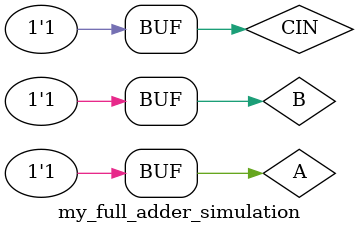
<source format=v>
`timescale 1ns / 1ps


module my_full_adder_simulation(

    );
    
    // Inputs
    reg A;
    reg B;
    reg CIN;
    
    // Outputs
    wire S;
    wire COUT;
    
    // Instantiate Device Under Test (DUT)
    my_full_adder dut(A, B, CIN, S, COUT);
    
    // Simulate
    initial begin
        A = 0; B = 0; CIN = 0; #10;
        A = 0; B = 0; CIN = 1; #10;
        A = 0; B = 1; CIN = 0; #10;
        A = 0; B = 1; CIN = 1; #10;
        A = 1; B = 0; CIN = 0; #10;
        A = 1; B = 0; CIN = 1; #10;
        A = 1; B = 1; CIN = 0; #10;
        A = 1; B = 1; CIN = 1; #10;
    end
endmodule

</source>
